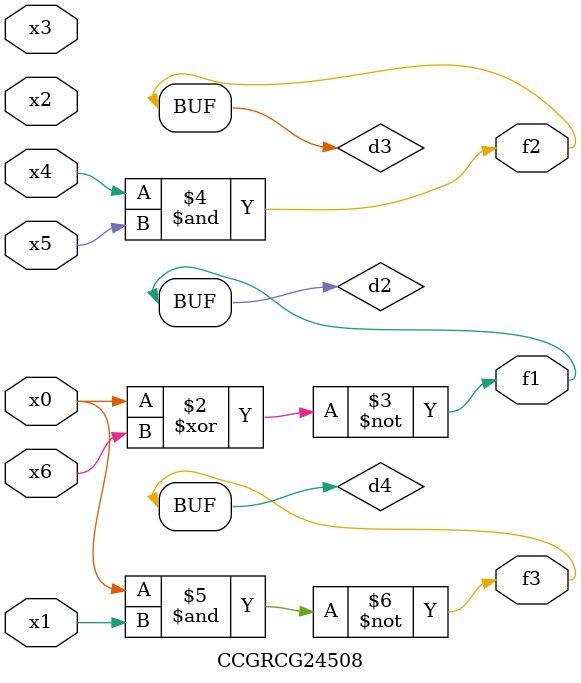
<source format=v>
module CCGRCG24508(
	input x0, x1, x2, x3, x4, x5, x6,
	output f1, f2, f3
);

	wire d1, d2, d3, d4;

	nor (d1, x0);
	xnor (d2, x0, x6);
	and (d3, x4, x5);
	nand (d4, x0, x1);
	assign f1 = d2;
	assign f2 = d3;
	assign f3 = d4;
endmodule

</source>
